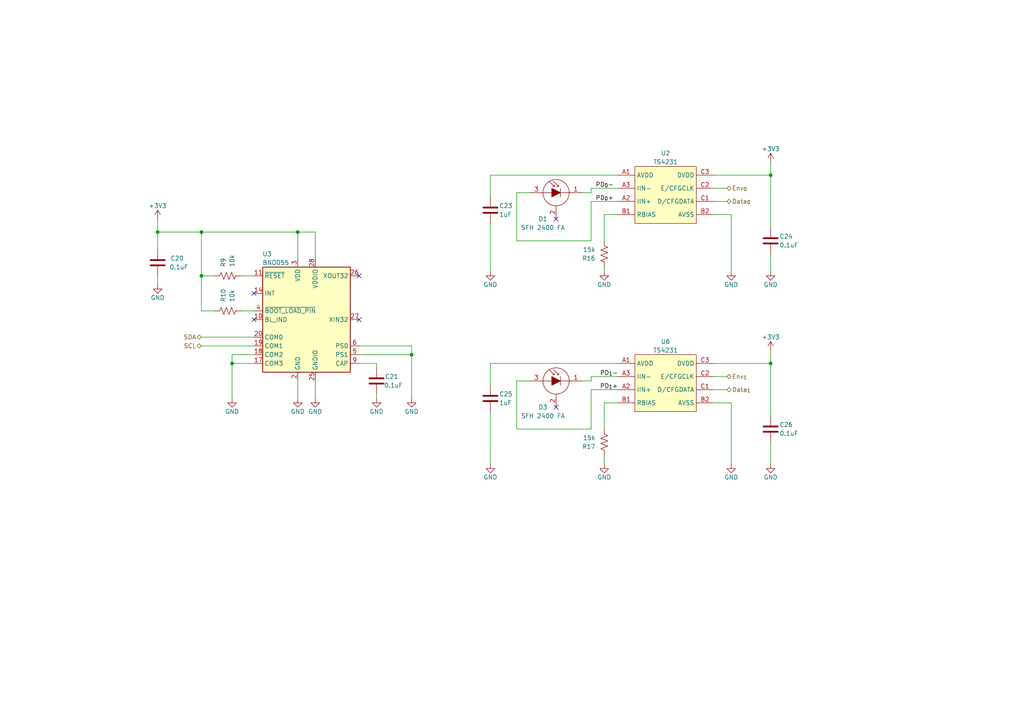
<source format=kicad_sch>
(kicad_sch (version 20211123) (generator eeschema)
  (paper "A4")
  (title_block (title "Headstage-64s") (date "2021-11-21") (rev "B") (company "Open Ephys, Inc") (comment 1 "Jonathan P. Newman"))
  (lib_symbols
    (symbol "Device:C" (pin_numbers hide) (pin_names (offset 0.254))
      (property "Reference" "C" (at 0.635 2.54 0))
      (property "Value" "C" (at 0.635 -2.54 0))
      (symbol "C_0_1"
        (polyline (pts (xy -2.032 -0.762) (xy 2.032 -0.762)) (stroke (width 0.508)))
        (polyline (pts (xy -2.032 0.762) (xy 2.032 0.762)) (stroke (width 0.508)))
      )
      (symbol "C_1_1"
        (pin passive line (at 0 3.81 270) (length 2.794) (name "~") (number "1"))
        (pin passive line (at 0 -3.81 90) (length 2.794) (name "~") (number "2"))
      )
    )
    (symbol "Device:R_US" (pin_numbers hide) (pin_names (offset 0))
      (property "Reference" "R" (at 2.54 0 90))
      (property "Value" "R_US" (at -2.54 0 90))
      (symbol "R_US_0_1"
        (polyline (pts (xy 0 -2.286) (xy 0 -2.54)))
        (polyline (pts (xy 0 2.286) (xy 0 2.54)))
        (polyline (pts (xy 0 -0.762) (xy 1.016 -1.143) (xy 0 -1.524) (xy -1.016 -1.905) (xy 0 -2.286)))
        (polyline (pts (xy 0 0.762) (xy 1.016 0.381) (xy 0 0) (xy -1.016 -0.381) (xy 0 -0.762)))
        (polyline (pts (xy 0 2.286) (xy 1.016 1.905) (xy 0 1.524) (xy -1.016 1.143) (xy 0 0.762)))
      )
      (symbol "R_US_1_1"
        (pin passive line (at 0 3.81 270) (length 1.27) (name "~") (number "1"))
        (pin passive line (at 0 -3.81 90) (length 1.27) (name "~") (number "2"))
      )
    )
    (symbol "Sensor_Motion:BNO055"
      (property "Reference" "U" (at -11.43 16.51 0))
      (property "Value" "BNO055" (at 12.7 16.51 0))
      (symbol "BNO055_0_1"
        (rectangle (start -12.7 15.24) (end 12.7 -15.24) (stroke (width 0.254)) (fill (type background)))
      )
      (symbol "BNO055_1_1"
        (pin no_connect line (at -12.7 10.16 0) (length 2.54) hide (name "PIN1") (number "1"))
        (pin output line (at -15.24 0 0) (length 2.54) (name "BL_IND") (number "10"))
        (pin input line (at -15.24 12.7 0) (length 2.54) (name "~{RESET}") (number "11"))
        (pin no_connect line (at 12.7 10.16 180) (length 2.54) hide (name "PIN12") (number "12"))
        (pin no_connect line (at 12.7 7.62 180) (length 2.54) hide (name "PIN13") (number "13"))
        (pin output line (at -15.24 7.62 0) (length 2.54) (name "INT") (number "14"))
        (pin passive line (at 2.54 -17.78 90) (length 2.54) hide (name "GNDIO") (number "15"))
        (pin passive line (at 2.54 -17.78 90) (length 2.54) hide (name "GNDIO") (number "16"))
        (pin input line (at -15.24 -12.7 0) (length 2.54) (name "COM3") (number "17"))
        (pin bidirectional line (at -15.24 -10.16 0) (length 2.54) (name "COM2") (number "18"))
        (pin bidirectional line (at -15.24 -7.62 0) (length 2.54) (name "COM1") (number "19"))
        (pin power_in line (at -2.54 -17.78 90) (length 2.54) (name "GND") (number "2"))
        (pin bidirectional line (at -15.24 -5.08 0) (length 2.54) (name "COM0") (number "20"))
        (pin no_connect line (at 12.7 5.08 180) (length 2.54) hide (name "PIN21") (number "21"))
        (pin no_connect line (at 12.7 2.54 180) (length 2.54) hide (name "PIN22") (number "22"))
        (pin no_connect line (at 12.7 -2.54 180) (length 2.54) hide (name "PIN23") (number "23"))
        (pin no_connect line (at 12.7 -5.08 180) (length 2.54) hide (name "PIN24") (number "24"))
        (pin power_in line (at 2.54 -17.78 90) (length 2.54) (name "GNDIO") (number "25"))
        (pin output line (at 15.24 12.7 180) (length 2.54) (name "XOUT32") (number "26"))
        (pin input line (at 15.24 0 180) (length 2.54) (name "XIN32") (number "27"))
        (pin power_in line (at 2.54 17.78 270) (length 2.54) (name "VDDIO") (number "28"))
        (pin power_in line (at -2.54 17.78 270) (length 2.54) (name "VDD") (number "3"))
        (pin input line (at -15.24 2.54 0) (length 2.54) (name "~{BOOT_LOAD_PIN}") (number "4"))
        (pin input line (at 15.24 -10.16 180) (length 2.54) (name "PS1") (number "5"))
        (pin input line (at 15.24 -7.62 180) (length 2.54) (name "PS0") (number "6"))
        (pin no_connect line (at -12.7 5.08 0) (length 2.54) hide (name "PIN7") (number "7"))
        (pin no_connect line (at -12.7 -2.54 0) (length 2.54) hide (name "PIN8") (number "8"))
        (pin passive line (at 15.24 -12.7 180) (length 2.54) (name "CAP") (number "9"))
      )
    )
    (symbol "Sensor_Optical:S5973" (pin_names (offset 0.254) hide)
      (property "Reference" "D" (at 2.54 -5.08 0))
      (property "Value" "S5973" (at 5.08 5.08 0))
      (symbol "S5973_0_0"
        (pin passive line (at 0 -7.62 90) (length 3.81) (name "C") (number "2"))
      )
      (symbol "S5973_0_1"
        (polyline (pts (xy -1.27 0) (xy -3.81 0)))
        (polyline (pts (xy -1.27 1.27) (xy -1.27 -1.27)) (stroke (width 0.1524)))
        (polyline (pts (xy -0.762 1.778) (xy -0.254 1.778)))
        (polyline (pts (xy 3.81 0) (xy 1.27 0)))
        (polyline (pts (xy 0.762 3.302) (xy -0.762 1.778) (xy -0.762 2.286)))
        (polyline (pts (xy -1.27 0) (xy 1.27 1.27) (xy 1.27 -1.27) (xy -1.27 0)) (fill (type outline)))
        (polyline (pts (xy 2.032 3.302) (xy 0.508 1.778) (xy 0.508 2.286) (xy 0.508 1.778) (xy 1.016 1.778)))
        (circle (center 0 0) (radius 3.81))
      )
      (symbol "S5973_1_1"
        (pin passive line (at -7.62 0 0) (length 3.81) (name "K") (number "1"))
        (pin passive line (at 7.62 0 180) (length 3.81) (name "A") (number "3"))
      )
    )
    (symbol "jonnew:TS4231"
      (property "Reference" "U" (at 0 12.7 0))
      (property "Value" "TS4231" (at 0 10.16 0))
      (symbol "TS4231_0_1"
        (rectangle (start -8.89 8.89) (end 8.89 -7.62) (stroke (width 0.1524)) (fill (type background)))
      )
      (symbol "TS4231_1_1"
        (pin passive line (at -13.97 6.35 0) (length 5.08) (name "AVDD") (number "A1"))
        (pin input line (at -13.97 -1.27 0) (length 5.08) (name "IIN+") (number "A2"))
        (pin input line (at -13.97 2.54 0) (length 5.08) (name "IIN-") (number "A3"))
        (pin passive line (at -13.97 -5.08 0) (length 5.08) (name "RBIAS") (number "B1"))
        (pin power_in line (at 13.97 -5.08 180) (length 5.08) (name "AVSS") (number "B2"))
        (pin passive line (at 13.97 -5.08 180) (length 5.08) hide (name "AVSS") (number "B3"))
        (pin input line (at 13.97 -1.27 180) (length 5.08) (name "D/CFGDATA") (number "C1"))
        (pin input line (at 13.97 2.54 180) (length 5.08) (name "E/CFGCLK") (number "C2"))
        (pin power_in line (at 13.97 6.35 180) (length 5.08) (name "DVDD") (number "C3"))
      )
    )
    (symbol "power:+3.3V" (power) (pin_names (offset 0))
      (property "Value" "+3.3V" (at 0 3.556 0))
      (symbol "+3.3V_0_1"
        (polyline (pts (xy -0.762 1.27) (xy 0 2.54)))
        (polyline (pts (xy 0 0) (xy 0 2.54)))
        (polyline (pts (xy 0 2.54) (xy 0.762 1.27)))
      )
      (symbol "+3.3V_1_1"
        (pin power_in line (at 0 0 90) (length 0) hide (name "+3V3") (number "1"))
      )
    )
    (symbol "power:GND" (power) (pin_names (offset 0))
      (property "Value" "GND" (at 0 -3.81 0))
      (symbol "GND_0_1"
        (polyline (pts (xy 0 0) (xy 0 -1.27) (xy 1.27 -1.27) (xy 0 -2.54) (xy -1.27 -1.27) (xy 0 -1.27)))
      )
      (symbol "GND_1_1"
        (pin power_in line (at 0 0 270) (length 0) hide (name "GND") (number "1"))
      )
    )
  )
  (junction (at 58.42 80.01))
  (junction (at 67.31 105.41))
  (junction (at 58.42 67.31))
  (junction (at 119.38 102.87))
  (junction (at 223.52 50.8))
  (junction (at 86.36 67.31))
  (junction (at 223.52 105.41))
  (junction (at 45.72 67.31))
  (no_connect (at 104.14 80.01))
  (no_connect (at 104.14 92.71))
  (no_connect (at 73.66 92.71))
  (no_connect (at 73.66 85.09))
  (no_connect (at 161.29 63.5))
  (no_connect (at 161.29 118.11))
  (wire (pts (xy 175.26 78.74) (xy 175.26 77.47)))
  (wire (pts (xy 207.01 113.03) (xy 210.82 113.03)))
  (wire (pts (xy 149.86 55.88) (xy 153.67 55.88)))
  (wire (pts (xy 175.26 62.23) (xy 179.07 62.23)))
  (wire (pts (xy 212.09 62.23) (xy 212.09 78.74)))
  (wire (pts (xy 175.26 134.62) (xy 175.26 132.08)))
  (wire (pts (xy 119.38 115.57) (xy 119.38 102.87)))
  (wire (pts (xy 104.14 100.33) (xy 119.38 100.33)))
  (wire (pts (xy 119.38 102.87) (xy 119.38 100.33)))
  (wire (pts (xy 171.45 113.03) (xy 179.07 113.03)))
  (wire (pts (xy 207.01 109.22) (xy 210.82 109.22)))
  (wire (pts (xy 171.45 110.49) (xy 171.45 109.22)))
  (wire (pts (xy 207.01 62.23) (xy 212.09 62.23)))
  (wire (pts (xy 142.24 64.77) (xy 142.24 78.74)))
  (wire (pts (xy 86.36 67.31) (xy 91.44 67.31)))
  (wire (pts (xy 142.24 57.15) (xy 142.24 50.8)))
  (wire (pts (xy 171.45 109.22) (xy 179.07 109.22)))
  (wire (pts (xy 58.42 67.31) (xy 58.42 80.01)))
  (wire (pts (xy 62.23 80.01) (xy 58.42 80.01)))
  (wire (pts (xy 171.45 69.85) (xy 171.45 58.42)))
  (wire (pts (xy 58.42 67.31) (xy 86.36 67.31)))
  (wire (pts (xy 104.14 102.87) (xy 119.38 102.87)))
  (wire (pts (xy 175.26 69.85) (xy 175.26 62.23)))
  (wire (pts (xy 223.52 128.27) (xy 223.52 134.62)))
  (wire (pts (xy 168.91 55.88) (xy 171.45 55.88)))
  (wire (pts (xy 149.86 69.85) (xy 149.86 55.88)))
  (wire (pts (xy 149.86 124.46) (xy 171.45 124.46)))
  (wire (pts (xy 104.14 105.41) (xy 109.22 105.41)))
  (wire (pts (xy 109.22 105.41) (xy 109.22 106.68)))
  (wire (pts (xy 58.42 80.01) (xy 58.42 90.17)))
  (wire (pts (xy 62.23 90.17) (xy 58.42 90.17)))
  (wire (pts (xy 67.31 102.87) (xy 67.31 105.41)))
  (wire (pts (xy 73.66 102.87) (xy 67.31 102.87)))
  (wire (pts (xy 223.52 73.66) (xy 223.52 78.74)))
  (wire (pts (xy 86.36 74.93) (xy 86.36 67.31)))
  (wire (pts (xy 45.72 67.31) (xy 58.42 67.31)))
  (wire (pts (xy 149.86 110.49) (xy 153.67 110.49)))
  (wire (pts (xy 45.72 67.31) (xy 45.72 72.39)))
  (wire (pts (xy 207.01 50.8) (xy 223.52 50.8)))
  (wire (pts (xy 171.45 58.42) (xy 179.07 58.42)))
  (wire (pts (xy 171.45 54.61) (xy 171.45 55.88)))
  (wire (pts (xy 142.24 105.41) (xy 179.07 105.41)))
  (wire (pts (xy 142.24 50.8) (xy 179.07 50.8)))
  (wire (pts (xy 223.52 50.8) (xy 223.52 66.04)))
  (wire (pts (xy 69.85 80.01) (xy 73.66 80.01)))
  (wire (pts (xy 142.24 111.76) (xy 142.24 105.41)))
  (wire (pts (xy 91.44 74.93) (xy 91.44 67.31)))
  (wire (pts (xy 212.09 116.84) (xy 212.09 134.62)))
  (wire (pts (xy 223.52 105.41) (xy 223.52 120.65)))
  (wire (pts (xy 171.45 54.61) (xy 179.07 54.61)))
  (wire (pts (xy 175.26 116.84) (xy 179.07 116.84)))
  (wire (pts (xy 73.66 97.79) (xy 58.42 97.79)))
  (wire (pts (xy 45.72 80.01) (xy 45.72 82.55)))
  (wire (pts (xy 142.24 119.38) (xy 142.24 134.62)))
  (wire (pts (xy 207.01 58.42) (xy 210.82 58.42)))
  (wire (pts (xy 207.01 54.61) (xy 210.82 54.61)))
  (wire (pts (xy 223.52 101.6) (xy 223.52 105.41)))
  (wire (pts (xy 149.86 124.46) (xy 149.86 110.49)))
  (wire (pts (xy 91.44 110.49) (xy 91.44 115.57)))
  (wire (pts (xy 58.42 100.33) (xy 73.66 100.33)))
  (wire (pts (xy 69.85 90.17) (xy 73.66 90.17)))
  (wire (pts (xy 175.26 124.46) (xy 175.26 116.84)))
  (wire (pts (xy 207.01 105.41) (xy 223.52 105.41)))
  (wire (pts (xy 223.52 46.99) (xy 223.52 50.8)))
  (wire (pts (xy 207.01 116.84) (xy 212.09 116.84)))
  (wire (pts (xy 45.72 63.5) (xy 45.72 67.31)))
  (wire (pts (xy 86.36 110.49) (xy 86.36 115.57)))
  (wire (pts (xy 109.22 114.3) (xy 109.22 115.57)))
  (wire (pts (xy 171.45 124.46) (xy 171.45 113.03)))
  (wire (pts (xy 168.91 110.49) (xy 171.45 110.49)))
  (wire (pts (xy 149.86 69.85) (xy 171.45 69.85)))
  (wire (pts (xy 67.31 105.41) (xy 67.31 115.57)))
  (wire (pts (xy 73.66 105.41) (xy 67.31 105.41)))
  (label "PD_{1}-" (at 173.99 109.22 0))
  (label "PD_{1}+" (at 173.99 113.03 0))
  (label "PD_{0}+" (at 172.72 58.42 0))
  (label "PD_{0}-" (at 172.72 54.61 0))
  (hierarchical_label "SCL" (shape bidirectional) (at 58.42 100.33 180))
  (hierarchical_label "Env_{0}" (shape bidirectional) (at 210.82 54.61 0))
  (hierarchical_label "Data_{0}" (shape bidirectional) (at 210.82 58.42 0))
  (hierarchical_label "Data_{1}" (shape bidirectional) (at 210.82 113.03 0))
  (hierarchical_label "Env_{1}" (shape bidirectional) (at 210.82 109.22 0))
  (hierarchical_label "SDA" (shape bidirectional) (at 58.42 97.79 180))
  (symbol (lib_id "power:GND") (at 175.26 134.62 0) (unit 1)
    (property "Reference" "#PWR0165" (effects hide))
    (property "Value" "GND" (at 175.26 138.43 0))
  )
  (symbol (lib_id "power:GND") (at 45.72 82.55 0) (unit 1)
    (property "Reference" "#PWR0170" (effects hide))
    (property "Value" "GND" (at 45.72 86.36 0))
  )
  (symbol (lib_id "Device:R_US") (at 175.26 73.66 180) (unit 1)
    (property "Reference" "R16" (at 172.72 74.93 0) (effects (justify left)))
    (property "Value" "15k" (at 172.72 72.39 0) (effects (justify left)))
    (property "Footprint" "Resistor_SMD:R_0201_0603Metric" (effects hide))
  )
  (symbol (lib_id "Device:R_US") (at 66.04 80.01 90) (unit 1)
    (property "Reference" "R9" (at 64.77 77.47 0) (effects (justify left)))
    (property "Value" "10k" (at 67.31 77.47 0) (effects (justify left)))
    (property "Footprint" "Resistor_SMD:R_0201_0603Metric" (effects hide))
  )
  (symbol (lib_id "Sensor_Optical:S5973") (at 161.29 110.49 0) (mirror y) (unit 1)
    (property "Reference" "D3" (at 157.48 118.11 0))
    (property "Value" "SFH 2400 FA" (at 157.48 120.65 0))
    (property "Footprint" "jonnew:OSRAM_SFH2400FA-Tight" (effects hide))
  )
  (symbol (lib_id "Device:C") (at 223.52 124.46 0) (mirror x) (unit 1)
    (property "Reference" "C26" (at 226.06 123.19 0) (effects (justify left)))
    (property "Value" "0.1uF" (at 226.06 125.73 0) (effects (justify left)))
    (property "Footprint" "Capacitor_SMD:C_0201_0603Metric" (effects hide))
    (property "TempCo" "X7R" (effects hide))
    (property "Voltage" "16V" (effects hide))
  )
  (symbol (lib_id "power:GND") (at 212.09 134.62 0) (unit 1)
    (property "Reference" "#PWR0118" (effects hide))
    (property "Value" "GND" (at 212.09 138.43 0))
  )
  (symbol (lib_id "Device:C") (at 109.22 110.49 180) (unit 1)
    (property "Reference" "C21" (at 115.57 109.22 0) (effects (justify left)))
    (property "Value" "0.1uF" (at 116.84 111.76 0) (effects (justify left)))
    (property "Footprint" "Capacitor_SMD:C_0201_0603Metric" (effects hide))
    (property "TempCo" "X7R" (effects hide))
    (property "Voltage" "16V" (effects hide))
  )
  (symbol (lib_id "power:GND") (at 223.52 134.62 0) (unit 1)
    (property "Reference" "#PWR0119" (effects hide))
    (property "Value" "GND" (at 223.52 138.43 0))
  )
  (symbol (lib_id "Device:C") (at 142.24 60.96 0) (unit 1)
    (property "Reference" "C23" (at 144.78 59.69 0) (effects (justify left)))
    (property "Value" "1uF" (at 144.78 62.23 0) (effects (justify left)))
    (property "Footprint" "Capacitor_SMD:C_0402_1005Metric" (effects hide))
    (property "TempCo" "X5R" (effects hide))
    (property "Voltage" "16V" (effects hide))
  )
  (symbol (lib_id "power:+3.3V") (at 223.52 46.99 0) (mirror y) (unit 1)
    (property "Reference" "#PWR0152" (effects hide))
    (property "Value" "+3.3V" (at 223.52 43.18 0))
  )
  (symbol (lib_id "power:+3.3V") (at 45.72 63.5 0) (unit 1)
    (property "Reference" "#PWR0168" (effects hide))
    (property "Value" "+3.3V" (at 45.72 59.69 0))
  )
  (symbol (lib_id "power:GND") (at 142.24 78.74 0) (unit 1)
    (property "Reference" "#PWR0154" (effects hide))
    (property "Value" "GND" (at 142.24 82.55 0))
  )
  (symbol (lib_id "power:GND") (at 109.22 115.57 0) (unit 1)
    (property "Reference" "#PWR0110" (effects hide))
    (property "Value" "GND" (at 109.22 119.38 0))
  )
  (symbol (lib_id "Sensor_Motion:BNO055") (at 88.9 92.71 0) (unit 1)
    (property "Reference" "U3" (at 77.47 73.66 0))
    (property "Value" "BNO055" (at 80.01 76.2 0))
    (property "Footprint" "Package_LGA:LGA-28_5.2x3.8mm_P0.5mm" (effects hide))
    (property "Datasheet" "https://ae-bst.resource.bosch.com/media/_tech/media/datasheets/BST_BNO055_DS000_14.pdf" (effects hide))
  )
  (symbol (lib_id "jonnew:TS4231") (at 193.04 57.15 0) (unit 1)
    (property "Reference" "U2" (at 193.04 44.45 0))
    (property "Value" "TS4231" (at 193.04 46.99 0))
    (property "Footprint" "jonnew:TRIAD_BGA-9_3x3_1.7x1.7mm" (effects hide))
  )
  (symbol (lib_id "Device:R_US") (at 175.26 128.27 180) (unit 1)
    (property "Reference" "R17" (at 172.72 129.54 0) (effects (justify left)))
    (property "Value" "15k" (at 172.72 127 0) (effects (justify left)))
    (property "Footprint" "Resistor_SMD:R_0201_0603Metric" (effects hide))
  )
  (symbol (lib_id "Device:C") (at 223.52 69.85 0) (mirror x) (unit 1)
    (property "Reference" "C24" (at 226.06 68.58 0) (effects (justify left)))
    (property "Value" "0.1uF" (at 226.06 71.12 0) (effects (justify left)))
    (property "Footprint" "Capacitor_SMD:C_0201_0603Metric" (effects hide))
    (property "TempCo" "X7R" (effects hide))
    (property "Voltage" "16V" (effects hide))
  )
  (symbol (lib_id "Sensor_Optical:S5973") (at 161.29 55.88 0) (mirror y) (unit 1)
    (property "Reference" "D1" (at 157.48 63.5 0))
    (property "Value" "SFH 2400 FA" (at 157.48 66.04 0))
    (property "Footprint" "jonnew:OSRAM_SFH2400FA-Tight" (effects hide))
  )
  (symbol (lib_id "power:GND") (at 86.36 115.57 0) (unit 1)
    (property "Reference" "#PWR0116" (effects hide))
    (property "Value" "GND" (at 86.36 119.38 0))
  )
  (symbol (lib_id "power:GND") (at 223.52 78.74 0) (unit 1)
    (property "Reference" "#PWR0149" (effects hide))
    (property "Value" "GND" (at 223.52 82.55 0))
  )
  (symbol (lib_id "power:GND") (at 91.44 115.57 0) (unit 1)
    (property "Reference" "#PWR0117" (effects hide))
    (property "Value" "GND" (at 91.44 119.38 0))
  )
  (symbol (lib_id "Device:C") (at 45.72 76.2 180) (unit 1)
    (property "Reference" "C20" (at 53.34 74.93 0) (effects (justify left)))
    (property "Value" "0.1uF" (at 54.61 77.47 0) (effects (justify left)))
    (property "Footprint" "Capacitor_SMD:C_0201_0603Metric" (effects hide))
    (property "TempCo" "X7R" (effects hide))
    (property "Voltage" "16V" (effects hide))
  )
  (symbol (lib_id "power:GND") (at 67.31 115.57 0) (unit 1)
    (property "Reference" "#PWR0115" (effects hide))
    (property "Value" "GND" (at 67.31 119.38 0))
  )
  (symbol (lib_id "power:GND") (at 212.09 78.74 0) (unit 1)
    (property "Reference" "#PWR0151" (effects hide))
    (property "Value" "GND" (at 212.09 82.55 0))
  )
  (symbol (lib_id "jonnew:TS4231") (at 193.04 111.76 0) (unit 1)
    (property "Reference" "U6" (at 193.04 99.06 0))
    (property "Value" "TS4231" (at 193.04 101.6 0))
    (property "Footprint" "jonnew:TRIAD_BGA-9_3x3_1.7x1.7mm" (effects hide))
  )
  (symbol (lib_id "power:GND") (at 119.38 115.57 0) (unit 1)
    (property "Reference" "#PWR0113" (effects hide))
    (property "Value" "GND" (at 119.38 119.38 0))
  )
  (symbol (lib_id "Device:C") (at 142.24 115.57 0) (unit 1)
    (property "Reference" "C25" (at 144.78 114.3 0) (effects (justify left)))
    (property "Value" "1uF" (at 144.78 116.84 0) (effects (justify left)))
    (property "Footprint" "Capacitor_SMD:C_0402_1005Metric" (effects hide))
    (property "TempCo" "X5R" (effects hide))
    (property "Voltage" "16V" (effects hide))
  )
  (symbol (lib_id "power:GND") (at 142.24 134.62 0) (unit 1)
    (property "Reference" "#PWR0166" (effects hide))
    (property "Value" "GND" (at 142.24 138.43 0))
  )
  (symbol (lib_id "Device:R_US") (at 66.04 90.17 90) (unit 1)
    (property "Reference" "R10" (at 64.77 87.63 0) (effects (justify left)))
    (property "Value" "10k" (at 67.31 87.63 0) (effects (justify left)))
    (property "Footprint" "Resistor_SMD:R_0201_0603Metric" (effects hide))
  )
  (symbol (lib_id "power:+3.3V") (at 223.52 101.6 0) (mirror y) (unit 1)
    (property "Reference" "#PWR0153" (effects hide))
    (property "Value" "+3.3V" (at 223.52 97.79 0))
  )
  (symbol (lib_id "power:GND") (at 175.26 78.74 0) (unit 1)
    (property "Reference" "#PWR0167" (effects hide))
    (property "Value" "GND" (at 175.26 82.55 0))
  )
)
</source>
